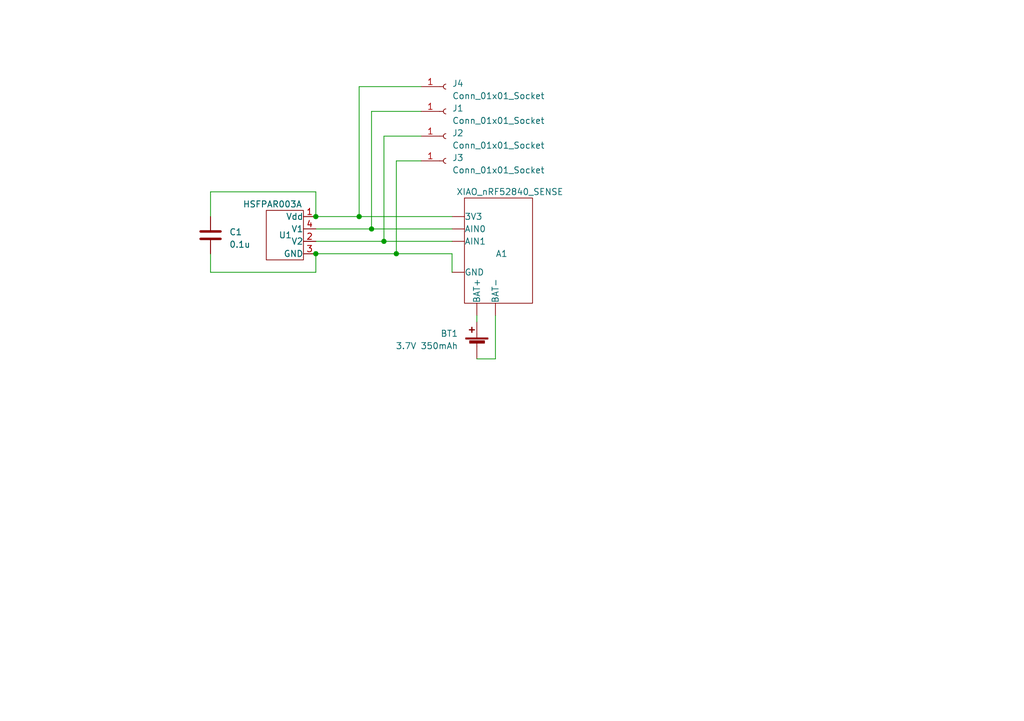
<source format=kicad_sch>
(kicad_sch (version 20230121) (generator eeschema)
  (paper "A5")
  (lib_symbols
    (symbol "Connector:Conn_01x01_Socket" (pin_names (offset 1.016) hide)
      (property "Reference" "J" (at 0 2.54 0))
      (property "Value" "Conn_01x01_Socket" (at 0 -2.54 0))
      (symbol "Conn_01x01_Socket_1_1"
        (polyline (pts (xy -1.27 0) (xy -0.508 0)) (stroke (width 0.1524)))
        (arc (start 0 0.508) (mid -0.5058 0) (end 0 -0.508) (stroke (width 0.1524)))
        (pin passive line (at -5.08 0 0) (length 3.81) (name "Pin_1") (number "1"))
      )
    )
    (symbol "Device:Battery_Cell" (pin_numbers hide) (pin_names (offset 0) hide)
      (property "Reference" "BT" (at 2.54 2.54 0))
      (property "Value" "Battery_Cell" (at 2.54 0 0))
      (symbol "Battery_Cell_0_1"
        (rectangle (start -2.286 1.778) (end 2.286 1.524) (fill (type outline)))
        (rectangle (start -1.5748 1.1938) (end 1.4732 0.6858) (fill (type outline)))
        (polyline (pts (xy 0 0.762) (xy 0 0)))
        (polyline (pts (xy 0 1.778) (xy 0 2.54)))
        (polyline (pts (xy 0.508 3.429) (xy 1.524 3.429)) (stroke (width 0.254)))
        (polyline (pts (xy 1.016 3.937) (xy 1.016 2.921)) (stroke (width 0.254)))
      )
      (symbol "Battery_Cell_1_1"
        (pin passive line (at 0 5.08 270) (length 2.54) (name "+") (number "1"))
        (pin passive line (at 0 -2.54 90) (length 2.54) (name "-") (number "2"))
      )
    )
    (symbol "Device:C" (pin_numbers hide) (pin_names (offset 0.254))
      (property "Reference" "C" (at 0.635 2.54 0))
      (property "Value" "C" (at 0.635 -2.54 0))
      (symbol "C_0_1"
        (polyline (pts (xy -2.032 -0.762) (xy 2.032 -0.762)) (stroke (width 0.508)))
        (polyline (pts (xy -2.032 0.762) (xy 2.032 0.762)) (stroke (width 0.508)))
      )
      (symbol "C_1_1"
        (pin passive line (at 0 3.81 270) (length 2.794) (name "~") (number "1"))
        (pin passive line (at 0 -3.81 90) (length 2.794) (name "~") (number "2"))
      )
    )
    (symbol "symbol_library:HSFPAR003A" (pin_names (offset 0.002))
      (property "Reference" "U1" (at -1.27 0 0))
      (property "Value" "HSFPAR003A" (at -2.54 6.35 0))
      (symbol "HSFPAR003A_0_1"
        (rectangle (start -3.81 5.08) (end 3.81 -5.08))
      )
      (symbol "HSFPAR003A_1_1"
        (pin input line (at 6.35 3.81 180) (length 2.54) (name "Vdd") (number "1"))
        (pin output line (at 6.35 -1.27 180) (length 2.54) (name "V2") (number "2"))
        (pin input line (at 6.35 -3.81 180) (length 2.54) (name "GND") (number "3"))
        (pin output line (at 6.35 1.27 180) (length 2.54) (name "V1") (number "4"))
      )
    )
    (symbol "symbol_library:XIAO_nRF52840_SENSE" (pin_names (offset 0.002))
      (property "Reference" "A1" (at 1.27 -2.54 0))
      (property "Value" "XIAO_nRF52840_SENSE" (at 12.7 10.16 0))
      (symbol "XIAO_nRF52840_SENSE_0_1"
        (rectangle (start -7.62 8.89) (end 6.35 -12.7))
      )
      (symbol "XIAO_nRF52840_SENSE_1_1"
        (pin output line (at -10.16 5.08 0) (length 2.54) (name "3V3") (number ""))
        (pin input line (at -10.16 2.54 0) (length 2.54) (name "AIN0") (number ""))
        (pin input line (at -10.16 0 0) (length 2.54) (name "AIN1") (number ""))
        (pin bidirectional line (at -5.08 -15.24 90) (length 2.54) (name "BAT+") (number ""))
        (pin bidirectional line (at -1.27 -15.24 90) (length 2.54) (name "BAT-") (number ""))
        (pin output line (at -10.16 -6.35 0) (length 2.54) (name "GND") (number ""))
      )
    )
  )
  (junction (at 73.66 44.45))
  (junction (at 81.28 52.07))
  (junction (at 78.74 49.53))
  (junction (at 64.77 44.45))
  (junction (at 76.2 46.99))
  (junction (at 64.77 52.07))
  (wire (pts (xy 64.77 49.53) (xy 78.74 49.53)))
  (wire (pts (xy 97.79 66.04) (xy 97.79 64.77)))
  (wire (pts (xy 81.28 33.02) (xy 86.36 33.02)))
  (wire (pts (xy 64.77 46.99) (xy 76.2 46.99)))
  (wire (pts (xy 76.2 22.86) (xy 76.2 46.99)))
  (wire (pts (xy 64.77 39.37) (xy 64.77 44.45)))
  (wire (pts (xy 73.66 44.45) (xy 73.66 17.78)))
  (wire (pts (xy 81.28 52.07) (xy 92.71 52.07)))
  (wire (pts (xy 86.36 22.86) (xy 76.2 22.86)))
  (wire (pts (xy 43.18 39.37) (xy 64.77 39.37)))
  (wire (pts (xy 64.77 44.45) (xy 73.66 44.45)))
  (wire (pts (xy 101.6 64.77) (xy 101.6 73.66)))
  (wire (pts (xy 101.6 73.66) (xy 97.79 73.66)))
  (wire (pts (xy 73.66 44.45) (xy 92.71 44.45)))
  (wire (pts (xy 76.2 46.99) (xy 92.71 46.99)))
  (wire (pts (xy 64.77 55.88) (xy 64.77 52.07)))
  (wire (pts (xy 64.77 52.07) (xy 81.28 52.07)))
  (wire (pts (xy 73.66 17.78) (xy 86.36 17.78)))
  (wire (pts (xy 78.74 49.53) (xy 78.74 27.94)))
  (wire (pts (xy 43.18 55.88) (xy 64.77 55.88)))
  (wire (pts (xy 81.28 52.07) (xy 81.28 33.02)))
  (wire (pts (xy 78.74 49.53) (xy 92.71 49.53)))
  (wire (pts (xy 43.18 52.07) (xy 43.18 55.88)))
  (wire (pts (xy 78.74 27.94) (xy 86.36 27.94)))
  (wire (pts (xy 43.18 44.45) (xy 43.18 39.37)))
  (wire (pts (xy 92.71 52.07) (xy 92.71 55.88)))
  (symbol (lib_id "Device:Battery_Cell") (at 97.79 71.12 0) (mirror y) (unit 1)
    (property "Reference" "BT1" (at 93.98 68.453 0) (effects (justify left)))
    (property "Value" "3.7V 350mAh" (at 93.98 70.993 0) (effects (justify left)))
  )
  (symbol (lib_id "Device:C") (at 43.18 48.26 0) (unit 1)
    (property "Reference" "C1" (at 46.99 47.625 0) (effects (justify left)))
    (property "Value" "0.1u" (at 46.99 50.165 0) (effects (justify left)))
    (property "Footprint" "Capacitor_SMD:C_1206_3216Metric_Pad1.33x1.80mm_HandSolder" (effects hide))
  )
  (symbol (lib_id "Connector:Conn_01x01_Socket") (at 91.44 27.94 0) (unit 1)
    (property "Reference" "J2" (at 92.71 27.305 0) (effects (justify left)))
    (property "Value" "Conn_01x01_Socket" (at 92.71 29.845 0) (effects (justify left)))
    (property "Footprint" "Connector_Wire:SolderWire-0.5sqmm_1x01_D0.9mm_OD2.1mm" (effects hide))
  )
  (symbol (lib_id "Connector:Conn_01x01_Socket") (at 91.44 22.86 0) (unit 1)
    (property "Reference" "J1" (at 92.71 22.225 0) (effects (justify left)))
    (property "Value" "Conn_01x01_Socket" (at 92.71 24.765 0) (effects (justify left)))
    (property "Footprint" "Connector_Wire:SolderWire-0.5sqmm_1x01_D0.9mm_OD2.1mm" (effects hide))
  )
  (symbol (lib_id "Connector:Conn_01x01_Socket") (at 91.44 17.78 0) (unit 1)
    (property "Reference" "J4" (at 92.71 17.145 0) (effects (justify left)))
    (property "Value" "Conn_01x01_Socket" (at 92.71 19.685 0) (effects (justify left)))
    (property "Footprint" "Connector_Wire:SolderWire-0.5sqmm_1x01_D0.9mm_OD2.1mm" (effects hide))
  )
  (symbol (lib_id "Connector:Conn_01x01_Socket") (at 91.44 33.02 0) (unit 1)
    (property "Reference" "J3" (at 92.71 32.385 0) (effects (justify left)))
    (property "Value" "Conn_01x01_Socket" (at 92.71 34.925 0) (effects (justify left)))
    (property "Footprint" "Connector_Wire:SolderWire-0.5sqmm_1x01_D0.9mm_OD2.1mm" (effects hide))
  )
  (symbol (lib_id "symbol_library:HSFPAR003A") (at 58.42 48.26 0) (unit 1)
    (property "Reference" "U1" (at 57.15 48.26 0) (effects (justify left)))
    (property "Value" "HSFPAR003A" (at 55.88 41.91 0))
    (property "Footprint" "Footprints:Alps_HSFPAR003A" (effects hide))
  )
  (symbol (lib_id "symbol_library:XIAO_nRF52840_SENSE") (at 102.87 49.53 0) (unit 1)
    (property "Reference" "A1" (at 104.14 52.07 0) (effects (justify right)))
    (property "Value" "XIAO_nRF52840_SENSE" (at 115.57 39.37 0) (effects (justify right)))
  )
)
</source>
